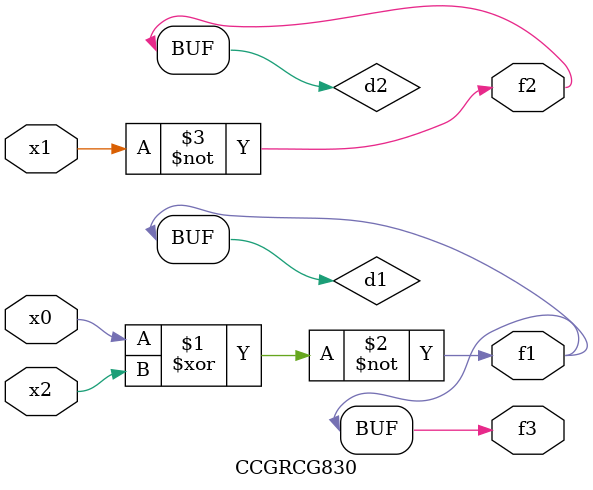
<source format=v>
module CCGRCG830(
	input x0, x1, x2,
	output f1, f2, f3
);

	wire d1, d2, d3;

	xnor (d1, x0, x2);
	nand (d2, x1);
	nor (d3, x1, x2);
	assign f1 = d1;
	assign f2 = d2;
	assign f3 = d1;
endmodule

</source>
